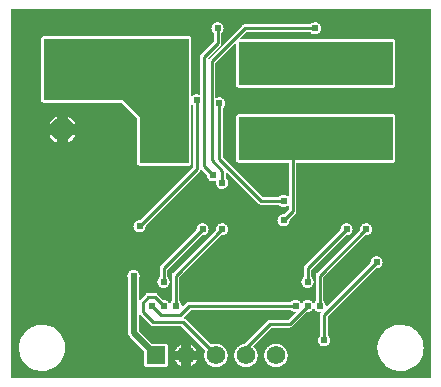
<source format=gbl>
G04 ---------------------------- Layer name :BOTTOM LAYER*
G04 EasyEDA v5.6.10, Sun, 08 Jul 2018 18:09:17 GMT*
G04 afe9f61c7a5b4e3abdc74997a70e8aea*
G04 Gerber Generator version 0.2*
G04 Scale: 100 percent, Rotated: No, Reflected: No *
G04 Dimensions in inches *
G04 leading zeros omitted , absolute positions ,2 integer and 4 decimal *
%FSLAX24Y24*%
%MOIN*%
G90*
G70D02*

%ADD10C,0.010000*%
%ADD13C,0.020000*%
%ADD14C,0.024400*%
%ADD24C,0.078740*%
%ADD25C,0.062000*%
%ADD26R,0.062000X0.062000*%

%LPD*%
G36*
G01X0Y0D02*
G01X0Y12300D01*
G01X14000Y12300D01*
G01X14000Y0D01*
G01X0Y0D01*
G37*

%LPC*%
G36*
G01X1300Y8474D02*
G01X1534Y8474D01*
G01X1534Y8708D01*
G01X1494Y8688D01*
G01X1454Y8662D01*
G01X1417Y8633D01*
G01X1383Y8600D01*
G01X1353Y8564D01*
G01X1326Y8525D01*
G01X1304Y8483D01*
G01X1300Y8474D01*
G37*
G36*
G01X4540Y360D02*
G01X5159Y360D01*
G01X5163Y360D01*
G01X5167Y360D01*
G01X5171Y360D01*
G01X5174Y361D01*
G01X5178Y362D01*
G01X5181Y363D01*
G01X5185Y364D01*
G01X5188Y365D01*
G01X5192Y366D01*
G01X5195Y368D01*
G01X5198Y370D01*
G01X5202Y371D01*
G01X5205Y374D01*
G01X5208Y376D01*
G01X5211Y378D01*
G01X5213Y380D01*
G01X5216Y383D01*
G01X5219Y386D01*
G01X5221Y388D01*
G01X5223Y391D01*
G01X5226Y394D01*
G01X5228Y397D01*
G01X5229Y401D01*
G01X5231Y404D01*
G01X5233Y407D01*
G01X5234Y411D01*
G01X5235Y414D01*
G01X5236Y418D01*
G01X5237Y421D01*
G01X5238Y425D01*
G01X5239Y428D01*
G01X5239Y432D01*
G01X5239Y436D01*
G01X5240Y440D01*
G01X5240Y1060D01*
G01X5239Y1063D01*
G01X5239Y1067D01*
G01X5239Y1071D01*
G01X5238Y1074D01*
G01X5237Y1078D01*
G01X5236Y1081D01*
G01X5235Y1085D01*
G01X5234Y1088D01*
G01X5233Y1092D01*
G01X5231Y1095D01*
G01X5229Y1098D01*
G01X5228Y1102D01*
G01X5226Y1105D01*
G01X5223Y1108D01*
G01X5221Y1111D01*
G01X5219Y1113D01*
G01X5216Y1116D01*
G01X5213Y1119D01*
G01X5211Y1121D01*
G01X5208Y1123D01*
G01X5205Y1126D01*
G01X5202Y1128D01*
G01X5198Y1129D01*
G01X5195Y1131D01*
G01X5192Y1133D01*
G01X5188Y1134D01*
G01X5185Y1135D01*
G01X5181Y1136D01*
G01X5178Y1137D01*
G01X5174Y1138D01*
G01X5171Y1139D01*
G01X5167Y1139D01*
G01X5163Y1139D01*
G01X5159Y1140D01*
G01X4714Y1140D01*
G01X4280Y1574D01*
G01X4280Y2155D01*
G01X4280Y2153D01*
G01X4282Y2148D01*
G01X4285Y2144D01*
G01X4287Y2140D01*
G01X4289Y2135D01*
G01X4292Y2131D01*
G01X4295Y2127D01*
G01X4298Y2123D01*
G01X4301Y2120D01*
G01X4304Y2116D01*
G01X4308Y2113D01*
G01X4658Y1763D01*
G01X4661Y1759D01*
G01X4665Y1756D01*
G01X4668Y1753D01*
G01X4672Y1750D01*
G01X4676Y1747D01*
G01X4680Y1744D01*
G01X4684Y1742D01*
G01X4689Y1740D01*
G01X4693Y1737D01*
G01X4698Y1735D01*
G01X4702Y1733D01*
G01X4707Y1732D01*
G01X4711Y1730D01*
G01X4716Y1729D01*
G01X4721Y1728D01*
G01X4725Y1727D01*
G01X4730Y1726D01*
G01X4735Y1725D01*
G01X4740Y1725D01*
G01X4745Y1725D01*
G01X4750Y1725D01*
G01X5691Y1725D01*
G01X6498Y918D01*
G01X6483Y883D01*
G01X6472Y846D01*
G01X6464Y808D01*
G01X6460Y769D01*
G01X6460Y730D01*
G01X6464Y691D01*
G01X6472Y653D01*
G01X6483Y616D01*
G01X6498Y580D01*
G01X6517Y546D01*
G01X6539Y514D01*
G01X6564Y484D01*
G01X6591Y457D01*
G01X6622Y433D01*
G01X6655Y412D01*
G01X6689Y394D01*
G01X6725Y380D01*
G01X6763Y369D01*
G01X6801Y363D01*
G01X6840Y360D01*
G01X6879Y361D01*
G01X6917Y365D01*
G01X6955Y374D01*
G01X6992Y386D01*
G01X7027Y402D01*
G01X7061Y422D01*
G01X7093Y445D01*
G01X7122Y470D01*
G01X7148Y499D01*
G01X7172Y530D01*
G01X7192Y563D01*
G01X7209Y598D01*
G01X7222Y635D01*
G01X7232Y672D01*
G01X7238Y711D01*
G01X7240Y750D01*
G01X7238Y788D01*
G01X7232Y827D01*
G01X7222Y864D01*
G01X7209Y901D01*
G01X7192Y936D01*
G01X7172Y969D01*
G01X7148Y1000D01*
G01X7122Y1029D01*
G01X7093Y1054D01*
G01X7061Y1077D01*
G01X7027Y1097D01*
G01X6992Y1113D01*
G01X6955Y1125D01*
G01X6917Y1134D01*
G01X6879Y1138D01*
G01X6840Y1139D01*
G01X6801Y1136D01*
G01X6763Y1130D01*
G01X6725Y1119D01*
G01X6689Y1105D01*
G01X6682Y1101D01*
G01X5836Y1946D01*
G01X5833Y1950D01*
G01X5829Y1953D01*
G01X5826Y1956D01*
G01X5822Y1959D01*
G01X5818Y1962D01*
G01X5814Y1965D01*
G01X5809Y1967D01*
G01X5805Y1969D01*
G01X5801Y1972D01*
G01X5796Y1974D01*
G01X5792Y1976D01*
G01X5787Y1977D01*
G01X5783Y1979D01*
G01X5778Y1980D01*
G01X5773Y1981D01*
G01X5769Y1982D01*
G01X5764Y1983D01*
G01X5759Y1984D01*
G01X5754Y1984D01*
G01X5749Y1984D01*
G01X5744Y1985D01*
G01X5710Y1985D01*
G01X5710Y1985D01*
G01X5715Y1987D01*
G01X5719Y1989D01*
G01X5723Y1992D01*
G01X5727Y1995D01*
G01X5731Y1998D01*
G01X5734Y2001D01*
G01X5738Y2004D01*
G01X5741Y2008D01*
G01X6003Y2270D01*
G01X9345Y2270D01*
G01X9351Y2262D01*
G01X9366Y2248D01*
G01X9382Y2235D01*
G01X9398Y2225D01*
G01X9416Y2215D01*
G01X9435Y2208D01*
G01X9455Y2203D01*
G01X9474Y2199D01*
G01X9494Y2198D01*
G01X9514Y2198D01*
G01X9251Y1935D01*
G01X8650Y1935D01*
G01X8645Y1934D01*
G01X8640Y1934D01*
G01X8635Y1934D01*
G01X8630Y1933D01*
G01X8625Y1932D01*
G01X8621Y1931D01*
G01X8616Y1930D01*
G01X8611Y1929D01*
G01X8607Y1927D01*
G01X8602Y1926D01*
G01X8598Y1924D01*
G01X8593Y1922D01*
G01X8589Y1919D01*
G01X8585Y1917D01*
G01X8580Y1915D01*
G01X8576Y1912D01*
G01X8572Y1909D01*
G01X8568Y1906D01*
G01X8565Y1903D01*
G01X8561Y1900D01*
G01X8558Y1896D01*
G01X7797Y1136D01*
G01X7763Y1130D01*
G01X7725Y1119D01*
G01X7689Y1105D01*
G01X7655Y1087D01*
G01X7622Y1066D01*
G01X7591Y1042D01*
G01X7564Y1015D01*
G01X7539Y985D01*
G01X7517Y953D01*
G01X7498Y919D01*
G01X7483Y883D01*
G01X7472Y846D01*
G01X7464Y808D01*
G01X7460Y769D01*
G01X7460Y730D01*
G01X7464Y691D01*
G01X7472Y653D01*
G01X7483Y616D01*
G01X7498Y580D01*
G01X7517Y546D01*
G01X7539Y514D01*
G01X7564Y484D01*
G01X7591Y457D01*
G01X7622Y433D01*
G01X7655Y412D01*
G01X7689Y394D01*
G01X7725Y380D01*
G01X7763Y369D01*
G01X7801Y363D01*
G01X7840Y360D01*
G01X7879Y361D01*
G01X7917Y365D01*
G01X7955Y374D01*
G01X7992Y386D01*
G01X8027Y402D01*
G01X8061Y422D01*
G01X8093Y445D01*
G01X8122Y470D01*
G01X8148Y499D01*
G01X8172Y530D01*
G01X8192Y563D01*
G01X8209Y598D01*
G01X8222Y635D01*
G01X8232Y672D01*
G01X8238Y711D01*
G01X8239Y750D01*
G01X8238Y788D01*
G01X8232Y827D01*
G01X8222Y864D01*
G01X8209Y901D01*
G01X8192Y936D01*
G01X8172Y969D01*
G01X8148Y1000D01*
G01X8122Y1029D01*
G01X8093Y1054D01*
G01X8087Y1058D01*
G01X8703Y1675D01*
G01X9305Y1675D01*
G01X9309Y1675D01*
G01X9314Y1675D01*
G01X9319Y1675D01*
G01X9324Y1676D01*
G01X9329Y1677D01*
G01X9333Y1678D01*
G01X9338Y1679D01*
G01X9343Y1680D01*
G01X9347Y1682D01*
G01X9352Y1683D01*
G01X9356Y1685D01*
G01X9361Y1687D01*
G01X9365Y1690D01*
G01X9369Y1692D01*
G01X9374Y1694D01*
G01X9378Y1697D01*
G01X9382Y1700D01*
G01X9386Y1703D01*
G01X9389Y1706D01*
G01X9393Y1709D01*
G01X9396Y1713D01*
G01X9882Y2198D01*
G01X9894Y2198D01*
G01X9915Y2198D01*
G01X9935Y2201D01*
G01X9954Y2205D01*
G01X9973Y2211D01*
G01X9992Y2220D01*
G01X10009Y2230D01*
G01X10025Y2242D01*
G01X10041Y2255D01*
G01X10054Y2270D01*
G01X10066Y2286D01*
G01X10077Y2303D01*
G01X10086Y2321D01*
G01X10093Y2340D01*
G01X10097Y2359D01*
G01X10099Y2372D01*
G01X10100Y2369D01*
G01X10104Y2350D01*
G01X10110Y2330D01*
G01X10118Y2312D01*
G01X10127Y2294D01*
G01X10138Y2278D01*
G01X10151Y2262D01*
G01X10166Y2248D01*
G01X10182Y2235D01*
G01X10198Y2225D01*
G01X10216Y2215D01*
G01X10235Y2208D01*
G01X10255Y2203D01*
G01X10274Y2199D01*
G01X10294Y2198D01*
G01X10315Y2198D01*
G01X10335Y2201D01*
G01X10354Y2205D01*
G01X10373Y2211D01*
G01X10381Y2215D01*
G01X10358Y2191D01*
G01X10354Y2188D01*
G01X10351Y2184D01*
G01X10348Y2181D01*
G01X10345Y2177D01*
G01X10342Y2173D01*
G01X10339Y2169D01*
G01X10337Y2165D01*
G01X10335Y2160D01*
G01X10332Y2156D01*
G01X10330Y2151D01*
G01X10328Y2147D01*
G01X10327Y2142D01*
G01X10325Y2138D01*
G01X10324Y2133D01*
G01X10323Y2128D01*
G01X10322Y2124D01*
G01X10321Y2119D01*
G01X10320Y2114D01*
G01X10320Y2109D01*
G01X10320Y2104D01*
G01X10319Y2100D01*
G01X10319Y1404D01*
G01X10316Y1401D01*
G01X10301Y1387D01*
G01X10288Y1371D01*
G01X10277Y1355D01*
G01X10268Y1337D01*
G01X10260Y1319D01*
G01X10254Y1299D01*
G01X10250Y1280D01*
G01X10248Y1260D01*
G01X10248Y1239D01*
G01X10250Y1219D01*
G01X10254Y1200D01*
G01X10260Y1180D01*
G01X10268Y1162D01*
G01X10277Y1144D01*
G01X10288Y1128D01*
G01X10301Y1112D01*
G01X10316Y1098D01*
G01X10332Y1085D01*
G01X10348Y1075D01*
G01X10366Y1065D01*
G01X10385Y1058D01*
G01X10405Y1053D01*
G01X10424Y1049D01*
G01X10444Y1048D01*
G01X10465Y1048D01*
G01X10485Y1051D01*
G01X10504Y1055D01*
G01X10523Y1061D01*
G01X10542Y1070D01*
G01X10559Y1080D01*
G01X10575Y1092D01*
G01X10591Y1105D01*
G01X10604Y1120D01*
G01X10616Y1136D01*
G01X10627Y1153D01*
G01X10636Y1171D01*
G01X10643Y1190D01*
G01X10647Y1209D01*
G01X10651Y1229D01*
G01X10652Y1250D01*
G01X10651Y1270D01*
G01X10647Y1290D01*
G01X10643Y1309D01*
G01X10636Y1328D01*
G01X10627Y1346D01*
G01X10616Y1363D01*
G01X10604Y1379D01*
G01X10591Y1394D01*
G01X10580Y1404D01*
G01X10580Y2046D01*
G01X12182Y3648D01*
G01X12194Y3648D01*
G01X12215Y3648D01*
G01X12235Y3651D01*
G01X12254Y3655D01*
G01X12273Y3661D01*
G01X12292Y3670D01*
G01X12309Y3680D01*
G01X12325Y3692D01*
G01X12341Y3705D01*
G01X12354Y3720D01*
G01X12366Y3736D01*
G01X12377Y3753D01*
G01X12386Y3771D01*
G01X12393Y3790D01*
G01X12397Y3809D01*
G01X12401Y3829D01*
G01X12402Y3850D01*
G01X12401Y3870D01*
G01X12397Y3890D01*
G01X12393Y3909D01*
G01X12386Y3928D01*
G01X12377Y3946D01*
G01X12366Y3963D01*
G01X12354Y3979D01*
G01X12341Y3994D01*
G01X12325Y4007D01*
G01X12309Y4019D01*
G01X12292Y4029D01*
G01X12273Y4038D01*
G01X12254Y4044D01*
G01X12235Y4048D01*
G01X12215Y4051D01*
G01X12194Y4051D01*
G01X12174Y4050D01*
G01X12155Y4046D01*
G01X12135Y4041D01*
G01X12116Y4034D01*
G01X12098Y4024D01*
G01X12082Y4014D01*
G01X12066Y4001D01*
G01X12051Y3987D01*
G01X12038Y3971D01*
G01X12027Y3955D01*
G01X12018Y3937D01*
G01X12010Y3919D01*
G01X12004Y3899D01*
G01X12000Y3880D01*
G01X11998Y3860D01*
G01X11998Y3839D01*
G01X11998Y3832D01*
G01X10484Y2318D01*
G01X10486Y2321D01*
G01X10493Y2340D01*
G01X10497Y2359D01*
G01X10501Y2379D01*
G01X10502Y2400D01*
G01X10501Y2420D01*
G01X10497Y2440D01*
G01X10493Y2459D01*
G01X10486Y2478D01*
G01X10477Y2496D01*
G01X10466Y2513D01*
G01X10454Y2529D01*
G01X10441Y2544D01*
G01X10430Y2554D01*
G01X10430Y3346D01*
G01X11832Y4748D01*
G01X11844Y4748D01*
G01X11865Y4748D01*
G01X11885Y4751D01*
G01X11904Y4755D01*
G01X11923Y4761D01*
G01X11942Y4770D01*
G01X11959Y4780D01*
G01X11975Y4792D01*
G01X11991Y4805D01*
G01X12004Y4820D01*
G01X12016Y4836D01*
G01X12027Y4853D01*
G01X12036Y4871D01*
G01X12043Y4890D01*
G01X12047Y4909D01*
G01X12051Y4929D01*
G01X12052Y4950D01*
G01X12051Y4970D01*
G01X12047Y4990D01*
G01X12043Y5009D01*
G01X12036Y5028D01*
G01X12027Y5046D01*
G01X12016Y5063D01*
G01X12004Y5079D01*
G01X11991Y5094D01*
G01X11975Y5107D01*
G01X11959Y5119D01*
G01X11942Y5129D01*
G01X11923Y5138D01*
G01X11904Y5144D01*
G01X11885Y5148D01*
G01X11865Y5151D01*
G01X11844Y5151D01*
G01X11824Y5150D01*
G01X11805Y5146D01*
G01X11785Y5141D01*
G01X11766Y5134D01*
G01X11748Y5124D01*
G01X11732Y5114D01*
G01X11716Y5101D01*
G01X11701Y5087D01*
G01X11688Y5071D01*
G01X11677Y5055D01*
G01X11668Y5037D01*
G01X11660Y5019D01*
G01X11654Y4999D01*
G01X11650Y4980D01*
G01X11648Y4960D01*
G01X11648Y4939D01*
G01X11648Y4932D01*
G01X10208Y3491D01*
G01X10204Y3488D01*
G01X10201Y3484D01*
G01X10198Y3481D01*
G01X10195Y3477D01*
G01X10192Y3473D01*
G01X10189Y3469D01*
G01X10187Y3465D01*
G01X10185Y3460D01*
G01X10182Y3456D01*
G01X10180Y3451D01*
G01X10178Y3447D01*
G01X10177Y3442D01*
G01X10175Y3438D01*
G01X10174Y3433D01*
G01X10173Y3428D01*
G01X10172Y3424D01*
G01X10171Y3419D01*
G01X10170Y3414D01*
G01X10170Y3409D01*
G01X10170Y3404D01*
G01X10169Y3400D01*
G01X10169Y2554D01*
G01X10166Y2551D01*
G01X10151Y2537D01*
G01X10138Y2521D01*
G01X10127Y2505D01*
G01X10118Y2487D01*
G01X10110Y2469D01*
G01X10104Y2449D01*
G01X10100Y2430D01*
G01X10099Y2427D01*
G01X10097Y2440D01*
G01X10093Y2459D01*
G01X10086Y2478D01*
G01X10077Y2496D01*
G01X10066Y2513D01*
G01X10054Y2529D01*
G01X10041Y2544D01*
G01X10025Y2557D01*
G01X10009Y2569D01*
G01X9992Y2579D01*
G01X9973Y2588D01*
G01X9954Y2594D01*
G01X9935Y2598D01*
G01X9915Y2601D01*
G01X9894Y2601D01*
G01X9874Y2600D01*
G01X9855Y2596D01*
G01X9835Y2591D01*
G01X9816Y2584D01*
G01X9798Y2574D01*
G01X9782Y2564D01*
G01X9766Y2551D01*
G01X9751Y2537D01*
G01X9738Y2521D01*
G01X9727Y2505D01*
G01X9718Y2487D01*
G01X9710Y2469D01*
G01X9704Y2449D01*
G01X9700Y2430D01*
G01X9699Y2427D01*
G01X9697Y2440D01*
G01X9693Y2459D01*
G01X9686Y2478D01*
G01X9677Y2496D01*
G01X9666Y2513D01*
G01X9654Y2529D01*
G01X9641Y2544D01*
G01X9625Y2557D01*
G01X9609Y2569D01*
G01X9592Y2579D01*
G01X9573Y2588D01*
G01X9554Y2594D01*
G01X9535Y2598D01*
G01X9515Y2601D01*
G01X9494Y2601D01*
G01X9474Y2600D01*
G01X9455Y2596D01*
G01X9435Y2591D01*
G01X9416Y2584D01*
G01X9398Y2574D01*
G01X9382Y2564D01*
G01X9366Y2551D01*
G01X9351Y2537D01*
G01X9345Y2530D01*
G01X5950Y2530D01*
G01X5945Y2529D01*
G01X5940Y2529D01*
G01X5935Y2529D01*
G01X5930Y2528D01*
G01X5925Y2527D01*
G01X5921Y2526D01*
G01X5916Y2525D01*
G01X5911Y2524D01*
G01X5907Y2522D01*
G01X5902Y2521D01*
G01X5898Y2519D01*
G01X5893Y2517D01*
G01X5889Y2514D01*
G01X5884Y2512D01*
G01X5880Y2510D01*
G01X5876Y2507D01*
G01X5872Y2504D01*
G01X5868Y2501D01*
G01X5865Y2498D01*
G01X5861Y2495D01*
G01X5858Y2491D01*
G01X5684Y2318D01*
G01X5686Y2321D01*
G01X5693Y2340D01*
G01X5697Y2359D01*
G01X5701Y2379D01*
G01X5701Y2400D01*
G01X5701Y2420D01*
G01X5697Y2440D01*
G01X5693Y2459D01*
G01X5686Y2478D01*
G01X5677Y2496D01*
G01X5666Y2513D01*
G01X5654Y2529D01*
G01X5641Y2544D01*
G01X5630Y2554D01*
G01X5630Y3346D01*
G01X7032Y4748D01*
G01X7044Y4748D01*
G01X7065Y4748D01*
G01X7085Y4751D01*
G01X7104Y4755D01*
G01X7123Y4761D01*
G01X7142Y4770D01*
G01X7159Y4780D01*
G01X7175Y4792D01*
G01X7191Y4805D01*
G01X7204Y4820D01*
G01X7216Y4836D01*
G01X7227Y4853D01*
G01X7236Y4871D01*
G01X7243Y4890D01*
G01X7247Y4909D01*
G01X7251Y4929D01*
G01X7251Y4950D01*
G01X7251Y4970D01*
G01X7247Y4990D01*
G01X7243Y5009D01*
G01X7236Y5028D01*
G01X7227Y5046D01*
G01X7216Y5063D01*
G01X7204Y5079D01*
G01X7191Y5094D01*
G01X7175Y5107D01*
G01X7159Y5119D01*
G01X7142Y5129D01*
G01X7123Y5138D01*
G01X7104Y5144D01*
G01X7085Y5148D01*
G01X7065Y5151D01*
G01X7044Y5151D01*
G01X7024Y5150D01*
G01X7005Y5146D01*
G01X6985Y5141D01*
G01X6966Y5134D01*
G01X6948Y5124D01*
G01X6932Y5114D01*
G01X6916Y5101D01*
G01X6901Y5087D01*
G01X6888Y5071D01*
G01X6877Y5055D01*
G01X6867Y5037D01*
G01X6860Y5019D01*
G01X6854Y4999D01*
G01X6850Y4980D01*
G01X6848Y4960D01*
G01X6848Y4939D01*
G01X6848Y4932D01*
G01X5408Y3491D01*
G01X5404Y3488D01*
G01X5401Y3484D01*
G01X5398Y3481D01*
G01X5395Y3477D01*
G01X5392Y3473D01*
G01X5389Y3469D01*
G01X5387Y3465D01*
G01X5385Y3460D01*
G01X5382Y3456D01*
G01X5380Y3451D01*
G01X5378Y3447D01*
G01X5377Y3442D01*
G01X5375Y3438D01*
G01X5374Y3433D01*
G01X5373Y3428D01*
G01X5372Y3424D01*
G01X5371Y3419D01*
G01X5370Y3414D01*
G01X5370Y3409D01*
G01X5370Y3404D01*
G01X5369Y3400D01*
G01X5369Y2554D01*
G01X5366Y2551D01*
G01X5351Y2537D01*
G01X5338Y2521D01*
G01X5327Y2505D01*
G01X5317Y2487D01*
G01X5310Y2469D01*
G01X5304Y2449D01*
G01X5300Y2430D01*
G01X5299Y2427D01*
G01X5297Y2440D01*
G01X5293Y2459D01*
G01X5286Y2478D01*
G01X5277Y2496D01*
G01X5266Y2513D01*
G01X5254Y2529D01*
G01X5241Y2544D01*
G01X5225Y2557D01*
G01X5209Y2569D01*
G01X5192Y2579D01*
G01X5173Y2588D01*
G01X5154Y2594D01*
G01X5135Y2598D01*
G01X5115Y2601D01*
G01X5094Y2601D01*
G01X5082Y2601D01*
G01X4891Y2791D01*
G01X4890Y2793D01*
G01X4888Y2795D01*
G01X4887Y2795D01*
G01X4887Y2796D01*
G01X4885Y2797D01*
G01X4883Y2799D01*
G01X4882Y2800D01*
G01X4882Y2800D01*
G01X4880Y2802D01*
G01X4878Y2803D01*
G01X4877Y2804D01*
G01X4877Y2804D01*
G01X4874Y2806D01*
G01X4873Y2807D01*
G01X4872Y2807D01*
G01X4871Y2808D01*
G01X4869Y2809D01*
G01X4867Y2810D01*
G01X4866Y2811D01*
G01X4866Y2811D01*
G01X4864Y2812D01*
G01X4862Y2814D01*
G01X4861Y2814D01*
G01X4860Y2814D01*
G01X4858Y2816D01*
G01X4856Y2817D01*
G01X4855Y2817D01*
G01X4854Y2817D01*
G01X4852Y2818D01*
G01X4850Y2819D01*
G01X4849Y2820D01*
G01X4848Y2820D01*
G01X4846Y2821D01*
G01X4844Y2822D01*
G01X4843Y2822D01*
G01X4842Y2822D01*
G01X4840Y2823D01*
G01X4838Y2824D01*
G01X4837Y2824D01*
G01X4836Y2824D01*
G01X4834Y2825D01*
G01X4832Y2825D01*
G01X4831Y2826D01*
G01X4830Y2826D01*
G01X4828Y2826D01*
G01X4825Y2827D01*
G01X4824Y2827D01*
G01X4824Y2827D01*
G01X4821Y2828D01*
G01X4819Y2828D01*
G01X4818Y2828D01*
G01X4817Y2828D01*
G01X4815Y2829D01*
G01X4812Y2829D01*
G01X4812Y2829D01*
G01X4811Y2829D01*
G01X4808Y2829D01*
G01X4806Y2829D01*
G01X4805Y2829D01*
G01X4804Y2829D01*
G01X4802Y2829D01*
G01X4800Y2830D01*
G01X4594Y2830D01*
G01X4590Y2829D01*
G01X4585Y2829D01*
G01X4580Y2829D01*
G01X4575Y2828D01*
G01X4570Y2827D01*
G01X4566Y2826D01*
G01X4561Y2825D01*
G01X4556Y2824D01*
G01X4552Y2822D01*
G01X4547Y2821D01*
G01X4543Y2819D01*
G01X4538Y2817D01*
G01X4534Y2814D01*
G01X4530Y2812D01*
G01X4525Y2810D01*
G01X4521Y2807D01*
G01X4517Y2804D01*
G01X4513Y2801D01*
G01X4510Y2798D01*
G01X4506Y2795D01*
G01X4503Y2791D01*
G01X4308Y2596D01*
G01X4304Y2593D01*
G01X4301Y2589D01*
G01X4298Y2586D01*
G01X4295Y2582D01*
G01X4292Y2578D01*
G01X4289Y2574D01*
G01X4287Y2570D01*
G01X4285Y2565D01*
G01X4282Y2561D01*
G01X4280Y2556D01*
G01X4280Y2554D01*
G01X4280Y3308D01*
G01X4286Y3321D01*
G01X4293Y3340D01*
G01X4297Y3359D01*
G01X4301Y3379D01*
G01X4301Y3400D01*
G01X4301Y3420D01*
G01X4297Y3440D01*
G01X4293Y3459D01*
G01X4286Y3478D01*
G01X4277Y3496D01*
G01X4266Y3513D01*
G01X4254Y3529D01*
G01X4241Y3544D01*
G01X4225Y3557D01*
G01X4209Y3569D01*
G01X4192Y3579D01*
G01X4173Y3588D01*
G01X4154Y3594D01*
G01X4135Y3598D01*
G01X4115Y3601D01*
G01X4094Y3601D01*
G01X4074Y3600D01*
G01X4055Y3596D01*
G01X4035Y3591D01*
G01X4016Y3584D01*
G01X3998Y3574D01*
G01X3982Y3564D01*
G01X3966Y3551D01*
G01X3951Y3537D01*
G01X3938Y3521D01*
G01X3927Y3505D01*
G01X3917Y3487D01*
G01X3910Y3469D01*
G01X3904Y3449D01*
G01X3900Y3430D01*
G01X3898Y3410D01*
G01X3898Y3389D01*
G01X3900Y3369D01*
G01X3904Y3350D01*
G01X3910Y3330D01*
G01X3917Y3312D01*
G01X3919Y3308D01*
G01X3919Y1500D01*
G01X3920Y1494D01*
G01X3920Y1488D01*
G01X3920Y1483D01*
G01X3921Y1477D01*
G01X3922Y1471D01*
G01X3923Y1466D01*
G01X3924Y1460D01*
G01X3925Y1455D01*
G01X3927Y1449D01*
G01X3928Y1444D01*
G01X3930Y1439D01*
G01X3932Y1433D01*
G01X3934Y1428D01*
G01X3937Y1423D01*
G01X3939Y1418D01*
G01X3942Y1413D01*
G01X3945Y1408D01*
G01X3948Y1403D01*
G01X3951Y1398D01*
G01X3954Y1394D01*
G01X3957Y1389D01*
G01X3961Y1385D01*
G01X3964Y1380D01*
G01X3968Y1376D01*
G01X3972Y1372D01*
G01X4459Y885D01*
G01X4459Y440D01*
G01X4460Y436D01*
G01X4460Y432D01*
G01X4460Y428D01*
G01X4461Y425D01*
G01X4462Y421D01*
G01X4463Y418D01*
G01X4464Y414D01*
G01X4465Y411D01*
G01X4466Y407D01*
G01X4468Y404D01*
G01X4470Y401D01*
G01X4471Y397D01*
G01X4473Y394D01*
G01X4476Y391D01*
G01X4478Y388D01*
G01X4480Y386D01*
G01X4483Y383D01*
G01X4486Y380D01*
G01X4488Y378D01*
G01X4491Y376D01*
G01X4494Y374D01*
G01X4497Y371D01*
G01X4501Y370D01*
G01X4504Y368D01*
G01X4507Y366D01*
G01X4511Y365D01*
G01X4514Y364D01*
G01X4518Y363D01*
G01X4521Y362D01*
G01X4525Y361D01*
G01X4528Y360D01*
G01X4532Y360D01*
G01X4536Y360D01*
G01X4540Y360D01*
G37*
G36*
G01X8840Y360D02*
G01X8879Y361D01*
G01X8917Y365D01*
G01X8955Y374D01*
G01X8992Y386D01*
G01X9027Y402D01*
G01X9061Y422D01*
G01X9093Y445D01*
G01X9122Y470D01*
G01X9148Y499D01*
G01X9172Y530D01*
G01X9192Y563D01*
G01X9209Y598D01*
G01X9222Y635D01*
G01X9232Y672D01*
G01X9238Y711D01*
G01X9239Y750D01*
G01X9238Y788D01*
G01X9232Y827D01*
G01X9222Y864D01*
G01X9209Y901D01*
G01X9192Y936D01*
G01X9172Y969D01*
G01X9148Y1000D01*
G01X9122Y1029D01*
G01X9093Y1054D01*
G01X9061Y1077D01*
G01X9027Y1097D01*
G01X8992Y1113D01*
G01X8955Y1125D01*
G01X8917Y1134D01*
G01X8879Y1138D01*
G01X8840Y1139D01*
G01X8801Y1136D01*
G01X8763Y1130D01*
G01X8725Y1119D01*
G01X8689Y1105D01*
G01X8655Y1087D01*
G01X8622Y1066D01*
G01X8591Y1042D01*
G01X8564Y1015D01*
G01X8539Y985D01*
G01X8517Y953D01*
G01X8498Y919D01*
G01X8483Y883D01*
G01X8472Y846D01*
G01X8464Y808D01*
G01X8460Y769D01*
G01X8460Y730D01*
G01X8464Y691D01*
G01X8472Y653D01*
G01X8483Y616D01*
G01X8498Y580D01*
G01X8517Y546D01*
G01X8539Y514D01*
G01X8564Y484D01*
G01X8591Y457D01*
G01X8622Y433D01*
G01X8655Y412D01*
G01X8689Y394D01*
G01X8725Y380D01*
G01X8763Y369D01*
G01X8801Y363D01*
G01X8840Y360D01*
G37*
G36*
G01X5694Y392D02*
G01X5694Y595D01*
G01X5492Y595D01*
G01X5498Y580D01*
G01X5517Y546D01*
G01X5539Y514D01*
G01X5564Y484D01*
G01X5591Y457D01*
G01X5622Y433D01*
G01X5655Y412D01*
G01X5689Y394D01*
G01X5694Y392D01*
G37*
G36*
G01X6005Y392D02*
G01X6027Y402D01*
G01X6061Y422D01*
G01X6093Y445D01*
G01X6122Y470D01*
G01X6148Y499D01*
G01X6172Y530D01*
G01X6192Y563D01*
G01X6207Y595D01*
G01X6005Y595D01*
G01X6005Y392D01*
G37*
G36*
G01X6005Y905D02*
G01X6207Y905D01*
G01X6192Y936D01*
G01X6172Y969D01*
G01X6148Y1000D01*
G01X6122Y1029D01*
G01X6093Y1054D01*
G01X6061Y1077D01*
G01X6027Y1097D01*
G01X6005Y1107D01*
G01X6005Y905D01*
G37*
G36*
G01X5492Y905D02*
G01X5694Y905D01*
G01X5694Y1107D01*
G01X5689Y1105D01*
G01X5655Y1087D01*
G01X5622Y1066D01*
G01X5591Y1042D01*
G01X5564Y1015D01*
G01X5539Y985D01*
G01X5517Y953D01*
G01X5498Y919D01*
G01X5492Y905D01*
G37*
G36*
G01X1927Y8474D02*
G01X2161Y8474D01*
G01X2147Y8504D01*
G01X2122Y8544D01*
G01X2093Y8582D01*
G01X2061Y8617D01*
G01X2026Y8648D01*
G01X1988Y8675D01*
G01X1947Y8699D01*
G01X1927Y8708D01*
G01X1927Y8474D01*
G37*
G36*
G01X12980Y230D02*
G01X13057Y232D01*
G01X13133Y241D01*
G01X13208Y258D01*
G01X13281Y283D01*
G01X13351Y314D01*
G01X13417Y353D01*
G01X13480Y397D01*
G01X13537Y448D01*
G01X13589Y505D01*
G01X13636Y566D01*
G01X13676Y631D01*
G01X13709Y700D01*
G01X13735Y773D01*
G01X13754Y847D01*
G01X13766Y923D01*
G01X13769Y1000D01*
G01X13766Y1076D01*
G01X13754Y1152D01*
G01X13735Y1226D01*
G01X13709Y1299D01*
G01X13676Y1368D01*
G01X13636Y1433D01*
G01X13589Y1494D01*
G01X13537Y1551D01*
G01X13480Y1602D01*
G01X13417Y1646D01*
G01X13351Y1685D01*
G01X13281Y1716D01*
G01X13208Y1741D01*
G01X13133Y1758D01*
G01X13057Y1767D01*
G01X12980Y1769D01*
G01X12904Y1764D01*
G01X12828Y1750D01*
G01X12754Y1729D01*
G01X12683Y1701D01*
G01X12614Y1666D01*
G01X12550Y1625D01*
G01X12490Y1577D01*
G01X12435Y1523D01*
G01X12386Y1464D01*
G01X12342Y1401D01*
G01X12306Y1334D01*
G01X12276Y1263D01*
G01X12253Y1190D01*
G01X12238Y1114D01*
G01X12230Y1038D01*
G01X12230Y961D01*
G01X12238Y885D01*
G01X12253Y810D01*
G01X12276Y736D01*
G01X12306Y665D01*
G01X12342Y598D01*
G01X12386Y535D01*
G01X12435Y476D01*
G01X12490Y422D01*
G01X12550Y374D01*
G01X12614Y333D01*
G01X12683Y298D01*
G01X12754Y270D01*
G01X12828Y249D01*
G01X12904Y235D01*
G01X12980Y230D01*
G37*
G36*
G01X5094Y2998D02*
G01X5115Y2998D01*
G01X5135Y3001D01*
G01X5154Y3005D01*
G01X5173Y3011D01*
G01X5192Y3020D01*
G01X5209Y3030D01*
G01X5225Y3042D01*
G01X5241Y3055D01*
G01X5254Y3070D01*
G01X5266Y3086D01*
G01X5277Y3103D01*
G01X5286Y3121D01*
G01X5293Y3140D01*
G01X5297Y3159D01*
G01X5301Y3179D01*
G01X5301Y3200D01*
G01X5301Y3220D01*
G01X5297Y3240D01*
G01X5293Y3259D01*
G01X5286Y3278D01*
G01X5277Y3296D01*
G01X5266Y3313D01*
G01X5254Y3329D01*
G01X5241Y3344D01*
G01X5230Y3354D01*
G01X5230Y3596D01*
G01X6382Y4748D01*
G01X6394Y4748D01*
G01X6415Y4748D01*
G01X6435Y4751D01*
G01X6454Y4755D01*
G01X6473Y4761D01*
G01X6492Y4770D01*
G01X6509Y4780D01*
G01X6525Y4792D01*
G01X6541Y4805D01*
G01X6554Y4820D01*
G01X6566Y4836D01*
G01X6577Y4853D01*
G01X6586Y4871D01*
G01X6593Y4890D01*
G01X6597Y4909D01*
G01X6601Y4929D01*
G01X6601Y4950D01*
G01X6601Y4970D01*
G01X6597Y4990D01*
G01X6593Y5009D01*
G01X6586Y5028D01*
G01X6577Y5046D01*
G01X6566Y5063D01*
G01X6554Y5079D01*
G01X6541Y5094D01*
G01X6525Y5107D01*
G01X6509Y5119D01*
G01X6492Y5129D01*
G01X6473Y5138D01*
G01X6454Y5144D01*
G01X6435Y5148D01*
G01X6415Y5151D01*
G01X6394Y5151D01*
G01X6374Y5150D01*
G01X6355Y5146D01*
G01X6335Y5141D01*
G01X6316Y5134D01*
G01X6298Y5124D01*
G01X6282Y5114D01*
G01X6266Y5101D01*
G01X6251Y5087D01*
G01X6238Y5071D01*
G01X6227Y5055D01*
G01X6217Y5037D01*
G01X6210Y5019D01*
G01X6204Y4999D01*
G01X6200Y4980D01*
G01X6198Y4960D01*
G01X6198Y4939D01*
G01X6198Y4932D01*
G01X5008Y3741D01*
G01X5004Y3738D01*
G01X5001Y3734D01*
G01X4998Y3731D01*
G01X4995Y3727D01*
G01X4992Y3723D01*
G01X4989Y3719D01*
G01X4987Y3715D01*
G01X4985Y3710D01*
G01X4982Y3706D01*
G01X4980Y3701D01*
G01X4978Y3697D01*
G01X4977Y3692D01*
G01X4975Y3688D01*
G01X4974Y3683D01*
G01X4973Y3678D01*
G01X4972Y3674D01*
G01X4971Y3669D01*
G01X4970Y3664D01*
G01X4970Y3659D01*
G01X4970Y3654D01*
G01X4969Y3650D01*
G01X4969Y3354D01*
G01X4966Y3351D01*
G01X4951Y3337D01*
G01X4938Y3321D01*
G01X4927Y3305D01*
G01X4917Y3287D01*
G01X4910Y3269D01*
G01X4904Y3249D01*
G01X4900Y3230D01*
G01X4898Y3210D01*
G01X4898Y3189D01*
G01X4900Y3169D01*
G01X4904Y3150D01*
G01X4910Y3130D01*
G01X4917Y3112D01*
G01X4927Y3094D01*
G01X4938Y3078D01*
G01X4951Y3062D01*
G01X4966Y3048D01*
G01X4982Y3035D01*
G01X4998Y3025D01*
G01X5016Y3015D01*
G01X5035Y3008D01*
G01X5055Y3003D01*
G01X5074Y2999D01*
G01X5094Y2998D01*
G37*
G36*
G01X9894Y2998D02*
G01X9915Y2998D01*
G01X9935Y3001D01*
G01X9954Y3005D01*
G01X9973Y3011D01*
G01X9992Y3020D01*
G01X10009Y3030D01*
G01X10025Y3042D01*
G01X10041Y3055D01*
G01X10054Y3070D01*
G01X10066Y3086D01*
G01X10077Y3103D01*
G01X10086Y3121D01*
G01X10093Y3140D01*
G01X10097Y3159D01*
G01X10101Y3179D01*
G01X10102Y3200D01*
G01X10101Y3220D01*
G01X10097Y3240D01*
G01X10093Y3259D01*
G01X10086Y3278D01*
G01X10077Y3296D01*
G01X10066Y3313D01*
G01X10054Y3329D01*
G01X10041Y3344D01*
G01X10030Y3354D01*
G01X10030Y3596D01*
G01X11182Y4748D01*
G01X11194Y4748D01*
G01X11215Y4748D01*
G01X11235Y4751D01*
G01X11254Y4755D01*
G01X11273Y4761D01*
G01X11292Y4770D01*
G01X11309Y4780D01*
G01X11325Y4792D01*
G01X11341Y4805D01*
G01X11354Y4820D01*
G01X11366Y4836D01*
G01X11377Y4853D01*
G01X11386Y4871D01*
G01X11393Y4890D01*
G01X11397Y4909D01*
G01X11401Y4929D01*
G01X11402Y4950D01*
G01X11401Y4970D01*
G01X11397Y4990D01*
G01X11393Y5009D01*
G01X11386Y5028D01*
G01X11377Y5046D01*
G01X11366Y5063D01*
G01X11354Y5079D01*
G01X11341Y5094D01*
G01X11325Y5107D01*
G01X11309Y5119D01*
G01X11292Y5129D01*
G01X11273Y5138D01*
G01X11254Y5144D01*
G01X11235Y5148D01*
G01X11215Y5151D01*
G01X11194Y5151D01*
G01X11174Y5150D01*
G01X11155Y5146D01*
G01X11135Y5141D01*
G01X11116Y5134D01*
G01X11098Y5124D01*
G01X11082Y5114D01*
G01X11066Y5101D01*
G01X11051Y5087D01*
G01X11038Y5071D01*
G01X11027Y5055D01*
G01X11018Y5037D01*
G01X11010Y5019D01*
G01X11004Y4999D01*
G01X11000Y4980D01*
G01X10998Y4960D01*
G01X10998Y4939D01*
G01X10998Y4932D01*
G01X9808Y3741D01*
G01X9804Y3738D01*
G01X9801Y3734D01*
G01X9798Y3731D01*
G01X9795Y3727D01*
G01X9792Y3723D01*
G01X9789Y3719D01*
G01X9787Y3715D01*
G01X9785Y3710D01*
G01X9782Y3706D01*
G01X9780Y3701D01*
G01X9778Y3697D01*
G01X9777Y3692D01*
G01X9775Y3688D01*
G01X9774Y3683D01*
G01X9773Y3678D01*
G01X9772Y3674D01*
G01X9771Y3669D01*
G01X9770Y3664D01*
G01X9770Y3659D01*
G01X9770Y3654D01*
G01X9769Y3650D01*
G01X9769Y3354D01*
G01X9766Y3351D01*
G01X9751Y3337D01*
G01X9738Y3321D01*
G01X9727Y3305D01*
G01X9718Y3287D01*
G01X9710Y3269D01*
G01X9704Y3249D01*
G01X9700Y3230D01*
G01X9698Y3210D01*
G01X9698Y3189D01*
G01X9700Y3169D01*
G01X9704Y3150D01*
G01X9710Y3130D01*
G01X9718Y3112D01*
G01X9727Y3094D01*
G01X9738Y3078D01*
G01X9751Y3062D01*
G01X9766Y3048D01*
G01X9782Y3035D01*
G01X9798Y3025D01*
G01X9816Y3015D01*
G01X9835Y3008D01*
G01X9855Y3003D01*
G01X9874Y2999D01*
G01X9894Y2998D01*
G37*
G36*
G01X1030Y230D02*
G01X1107Y232D01*
G01X1183Y241D01*
G01X1258Y258D01*
G01X1331Y283D01*
G01X1401Y314D01*
G01X1467Y353D01*
G01X1530Y397D01*
G01X1587Y448D01*
G01X1639Y505D01*
G01X1686Y566D01*
G01X1726Y631D01*
G01X1759Y700D01*
G01X1785Y773D01*
G01X1804Y847D01*
G01X1816Y923D01*
G01X1819Y1000D01*
G01X1816Y1076D01*
G01X1804Y1152D01*
G01X1785Y1226D01*
G01X1759Y1299D01*
G01X1726Y1368D01*
G01X1686Y1433D01*
G01X1639Y1494D01*
G01X1587Y1551D01*
G01X1530Y1602D01*
G01X1467Y1646D01*
G01X1401Y1685D01*
G01X1331Y1716D01*
G01X1258Y1741D01*
G01X1183Y1758D01*
G01X1107Y1767D01*
G01X1030Y1769D01*
G01X954Y1764D01*
G01X878Y1750D01*
G01X804Y1729D01*
G01X733Y1701D01*
G01X665Y1666D01*
G01X600Y1625D01*
G01X540Y1577D01*
G01X485Y1523D01*
G01X436Y1464D01*
G01X392Y1401D01*
G01X356Y1334D01*
G01X326Y1263D01*
G01X303Y1190D01*
G01X288Y1114D01*
G01X280Y1038D01*
G01X280Y961D01*
G01X288Y885D01*
G01X303Y810D01*
G01X326Y736D01*
G01X356Y665D01*
G01X392Y598D01*
G01X436Y535D01*
G01X485Y476D01*
G01X540Y422D01*
G01X600Y374D01*
G01X665Y333D01*
G01X733Y298D01*
G01X804Y270D01*
G01X878Y249D01*
G01X954Y235D01*
G01X1030Y230D01*
G37*
G36*
G01X4294Y4848D02*
G01X4315Y4848D01*
G01X4335Y4851D01*
G01X4354Y4855D01*
G01X4373Y4861D01*
G01X4392Y4870D01*
G01X4409Y4880D01*
G01X4425Y4892D01*
G01X4441Y4905D01*
G01X4454Y4920D01*
G01X4466Y4936D01*
G01X4477Y4953D01*
G01X4486Y4971D01*
G01X4493Y4990D01*
G01X4497Y5009D01*
G01X4501Y5029D01*
G01X4501Y5050D01*
G01X4501Y5067D01*
G01X6291Y6858D01*
G01X6295Y6861D01*
G01X6298Y6865D01*
G01X6301Y6868D01*
G01X6304Y6872D01*
G01X6307Y6876D01*
G01X6310Y6880D01*
G01X6312Y6885D01*
G01X6314Y6889D01*
G01X6317Y6893D01*
G01X6319Y6898D01*
G01X6321Y6902D01*
G01X6322Y6907D01*
G01X6324Y6911D01*
G01X6325Y6916D01*
G01X6326Y6921D01*
G01X6327Y6925D01*
G01X6328Y6930D01*
G01X6329Y6935D01*
G01X6329Y6940D01*
G01X6329Y6945D01*
G01X6330Y6950D01*
G01X6330Y7000D01*
G01X6330Y6998D01*
G01X6332Y6993D01*
G01X6335Y6989D01*
G01X6337Y6985D01*
G01X6339Y6980D01*
G01X6342Y6976D01*
G01X6345Y6972D01*
G01X6348Y6968D01*
G01X6351Y6965D01*
G01X6354Y6961D01*
G01X6358Y6958D01*
G01X6548Y6767D01*
G01X6548Y6760D01*
G01X6548Y6739D01*
G01X6550Y6719D01*
G01X6554Y6700D01*
G01X6560Y6680D01*
G01X6567Y6662D01*
G01X6577Y6644D01*
G01X6588Y6628D01*
G01X6601Y6612D01*
G01X6616Y6598D01*
G01X6632Y6585D01*
G01X6648Y6575D01*
G01X6666Y6565D01*
G01X6685Y6558D01*
G01X6705Y6553D01*
G01X6724Y6549D01*
G01X6744Y6548D01*
G01X6765Y6548D01*
G01X6785Y6551D01*
G01X6804Y6555D01*
G01X6823Y6561D01*
G01X6842Y6570D01*
G01X6859Y6580D01*
G01X6867Y6585D01*
G01X6860Y6569D01*
G01X6854Y6549D01*
G01X6850Y6530D01*
G01X6848Y6510D01*
G01X6848Y6489D01*
G01X6850Y6469D01*
G01X6854Y6450D01*
G01X6860Y6430D01*
G01X6867Y6412D01*
G01X6877Y6394D01*
G01X6888Y6378D01*
G01X6901Y6362D01*
G01X6916Y6348D01*
G01X6932Y6335D01*
G01X6948Y6325D01*
G01X6966Y6315D01*
G01X6985Y6308D01*
G01X7005Y6303D01*
G01X7024Y6299D01*
G01X7044Y6298D01*
G01X7065Y6298D01*
G01X7085Y6301D01*
G01X7104Y6305D01*
G01X7123Y6311D01*
G01X7142Y6320D01*
G01X7159Y6330D01*
G01X7175Y6342D01*
G01X7191Y6355D01*
G01X7204Y6370D01*
G01X7216Y6386D01*
G01X7227Y6403D01*
G01X7236Y6421D01*
G01X7243Y6440D01*
G01X7247Y6459D01*
G01X7251Y6479D01*
G01X7251Y6500D01*
G01X7251Y6520D01*
G01X7247Y6540D01*
G01X7243Y6559D01*
G01X7236Y6578D01*
G01X7227Y6596D01*
G01X7216Y6613D01*
G01X7204Y6629D01*
G01X7191Y6644D01*
G01X7180Y6654D01*
G01X7180Y6886D01*
G01X8258Y5808D01*
G01X8261Y5804D01*
G01X8265Y5801D01*
G01X8268Y5798D01*
G01X8272Y5795D01*
G01X8276Y5792D01*
G01X8280Y5789D01*
G01X8285Y5787D01*
G01X8289Y5785D01*
G01X8293Y5782D01*
G01X8298Y5780D01*
G01X8302Y5778D01*
G01X8307Y5777D01*
G01X8311Y5775D01*
G01X8316Y5774D01*
G01X8321Y5773D01*
G01X8325Y5772D01*
G01X8330Y5771D01*
G01X8335Y5770D01*
G01X8340Y5770D01*
G01X8345Y5770D01*
G01X8350Y5770D01*
G01X8945Y5770D01*
G01X8951Y5762D01*
G01X8966Y5748D01*
G01X8982Y5735D01*
G01X8998Y5725D01*
G01X9016Y5715D01*
G01X9035Y5708D01*
G01X9055Y5703D01*
G01X9074Y5699D01*
G01X9094Y5698D01*
G01X9115Y5698D01*
G01X9135Y5701D01*
G01X9154Y5705D01*
G01X9173Y5711D01*
G01X9192Y5720D01*
G01X9209Y5730D01*
G01X9225Y5742D01*
G01X9241Y5755D01*
G01X9254Y5770D01*
G01X9266Y5786D01*
G01X9269Y5791D01*
G01X9269Y5603D01*
G01X9117Y5451D01*
G01X9115Y5451D01*
G01X9094Y5451D01*
G01X9074Y5450D01*
G01X9055Y5446D01*
G01X9035Y5441D01*
G01X9016Y5434D01*
G01X8998Y5424D01*
G01X8982Y5414D01*
G01X8966Y5401D01*
G01X8951Y5387D01*
G01X8938Y5371D01*
G01X8927Y5355D01*
G01X8918Y5337D01*
G01X8910Y5319D01*
G01X8904Y5299D01*
G01X8900Y5280D01*
G01X8898Y5260D01*
G01X8898Y5239D01*
G01X8900Y5219D01*
G01X8904Y5200D01*
G01X8910Y5180D01*
G01X8918Y5162D01*
G01X8927Y5144D01*
G01X8938Y5128D01*
G01X8951Y5112D01*
G01X8966Y5098D01*
G01X8982Y5085D01*
G01X8998Y5075D01*
G01X9016Y5065D01*
G01X9035Y5058D01*
G01X9055Y5053D01*
G01X9074Y5049D01*
G01X9094Y5048D01*
G01X9115Y5048D01*
G01X9135Y5051D01*
G01X9154Y5055D01*
G01X9173Y5061D01*
G01X9192Y5070D01*
G01X9209Y5080D01*
G01X9225Y5092D01*
G01X9241Y5105D01*
G01X9254Y5120D01*
G01X9266Y5136D01*
G01X9277Y5153D01*
G01X9286Y5171D01*
G01X9293Y5190D01*
G01X9297Y5209D01*
G01X9301Y5229D01*
G01X9302Y5250D01*
G01X9301Y5267D01*
G01X9491Y5458D01*
G01X9495Y5461D01*
G01X9498Y5465D01*
G01X9501Y5468D01*
G01X9504Y5472D01*
G01X9507Y5476D01*
G01X9510Y5480D01*
G01X9512Y5485D01*
G01X9514Y5489D01*
G01X9517Y5493D01*
G01X9519Y5498D01*
G01X9521Y5502D01*
G01X9522Y5507D01*
G01X9524Y5511D01*
G01X9525Y5516D01*
G01X9526Y5521D01*
G01X9527Y5525D01*
G01X9528Y5530D01*
G01X9529Y5535D01*
G01X9529Y5540D01*
G01X9529Y5545D01*
G01X9530Y5550D01*
G01X9530Y7170D01*
G01X12750Y7170D01*
G01X12753Y7170D01*
G01X12757Y7170D01*
G01X12761Y7170D01*
G01X12764Y7171D01*
G01X12768Y7172D01*
G01X12771Y7173D01*
G01X12775Y7174D01*
G01X12778Y7175D01*
G01X12782Y7176D01*
G01X12785Y7178D01*
G01X12788Y7180D01*
G01X12792Y7181D01*
G01X12795Y7184D01*
G01X12798Y7186D01*
G01X12801Y7188D01*
G01X12803Y7190D01*
G01X12806Y7193D01*
G01X12809Y7196D01*
G01X12811Y7198D01*
G01X12813Y7201D01*
G01X12815Y7204D01*
G01X12818Y7207D01*
G01X12819Y7211D01*
G01X12821Y7214D01*
G01X12823Y7217D01*
G01X12824Y7221D01*
G01X12825Y7224D01*
G01X12826Y7228D01*
G01X12827Y7231D01*
G01X12828Y7235D01*
G01X12829Y7238D01*
G01X12829Y7242D01*
G01X12829Y7246D01*
G01X12830Y7250D01*
G01X12830Y8700D01*
G01X12829Y8703D01*
G01X12829Y8707D01*
G01X12829Y8711D01*
G01X12828Y8714D01*
G01X12827Y8718D01*
G01X12826Y8721D01*
G01X12825Y8725D01*
G01X12824Y8728D01*
G01X12823Y8732D01*
G01X12821Y8735D01*
G01X12819Y8738D01*
G01X12818Y8742D01*
G01X12815Y8745D01*
G01X12813Y8748D01*
G01X12811Y8751D01*
G01X12809Y8753D01*
G01X12806Y8756D01*
G01X12803Y8759D01*
G01X12801Y8761D01*
G01X12798Y8763D01*
G01X12795Y8766D01*
G01X12792Y8768D01*
G01X12788Y8769D01*
G01X12785Y8771D01*
G01X12782Y8773D01*
G01X12778Y8774D01*
G01X12775Y8775D01*
G01X12771Y8776D01*
G01X12768Y8777D01*
G01X12764Y8778D01*
G01X12761Y8779D01*
G01X12757Y8779D01*
G01X12753Y8779D01*
G01X12750Y8780D01*
G01X7600Y8780D01*
G01X7596Y8779D01*
G01X7592Y8779D01*
G01X7588Y8779D01*
G01X7585Y8778D01*
G01X7581Y8777D01*
G01X7578Y8776D01*
G01X7574Y8775D01*
G01X7571Y8774D01*
G01X7567Y8773D01*
G01X7564Y8771D01*
G01X7561Y8769D01*
G01X7557Y8768D01*
G01X7554Y8766D01*
G01X7551Y8763D01*
G01X7548Y8761D01*
G01X7546Y8759D01*
G01X7543Y8756D01*
G01X7540Y8753D01*
G01X7538Y8751D01*
G01X7536Y8748D01*
G01X7534Y8745D01*
G01X7531Y8742D01*
G01X7530Y8738D01*
G01X7528Y8735D01*
G01X7526Y8732D01*
G01X7525Y8728D01*
G01X7524Y8725D01*
G01X7523Y8721D01*
G01X7522Y8718D01*
G01X7521Y8714D01*
G01X7520Y8711D01*
G01X7520Y8707D01*
G01X7520Y8703D01*
G01X7519Y8700D01*
G01X7519Y7250D01*
G01X7520Y7246D01*
G01X7520Y7242D01*
G01X7520Y7238D01*
G01X7521Y7235D01*
G01X7522Y7231D01*
G01X7523Y7228D01*
G01X7524Y7224D01*
G01X7525Y7221D01*
G01X7526Y7217D01*
G01X7528Y7214D01*
G01X7530Y7211D01*
G01X7531Y7207D01*
G01X7534Y7204D01*
G01X7536Y7201D01*
G01X7538Y7198D01*
G01X7540Y7196D01*
G01X7543Y7193D01*
G01X7546Y7190D01*
G01X7548Y7188D01*
G01X7551Y7186D01*
G01X7554Y7184D01*
G01X7557Y7181D01*
G01X7561Y7180D01*
G01X7564Y7178D01*
G01X7567Y7176D01*
G01X7571Y7175D01*
G01X7574Y7174D01*
G01X7578Y7173D01*
G01X7581Y7172D01*
G01X7585Y7171D01*
G01X7588Y7170D01*
G01X7592Y7170D01*
G01X7596Y7170D01*
G01X7600Y7170D01*
G01X9269Y7170D01*
G01X9269Y6008D01*
G01X9266Y6013D01*
G01X9254Y6029D01*
G01X9241Y6044D01*
G01X9225Y6057D01*
G01X9209Y6069D01*
G01X9192Y6079D01*
G01X9173Y6088D01*
G01X9154Y6094D01*
G01X9135Y6098D01*
G01X9115Y6101D01*
G01X9094Y6101D01*
G01X9074Y6100D01*
G01X9055Y6096D01*
G01X9035Y6091D01*
G01X9016Y6084D01*
G01X8998Y6074D01*
G01X8982Y6064D01*
G01X8966Y6051D01*
G01X8951Y6037D01*
G01X8945Y6030D01*
G01X8403Y6030D01*
G01X7080Y7353D01*
G01X7080Y8995D01*
G01X7091Y9005D01*
G01X7104Y9020D01*
G01X7116Y9036D01*
G01X7127Y9053D01*
G01X7136Y9071D01*
G01X7143Y9090D01*
G01X7147Y9109D01*
G01X7151Y9129D01*
G01X7151Y9150D01*
G01X7151Y9170D01*
G01X7147Y9190D01*
G01X7143Y9209D01*
G01X7136Y9228D01*
G01X7127Y9246D01*
G01X7116Y9263D01*
G01X7104Y9279D01*
G01X7091Y9294D01*
G01X7075Y9307D01*
G01X7059Y9319D01*
G01X7042Y9329D01*
G01X7023Y9338D01*
G01X7004Y9344D01*
G01X6985Y9348D01*
G01X6965Y9351D01*
G01X6944Y9351D01*
G01X6924Y9350D01*
G01X6905Y9346D01*
G01X6885Y9341D01*
G01X6866Y9334D01*
G01X6848Y9324D01*
G01X6832Y9314D01*
G01X6830Y9312D01*
G01X6830Y10496D01*
G01X7519Y11186D01*
G01X7519Y9750D01*
G01X7520Y9746D01*
G01X7520Y9742D01*
G01X7520Y9738D01*
G01X7521Y9735D01*
G01X7522Y9731D01*
G01X7523Y9728D01*
G01X7524Y9724D01*
G01X7525Y9721D01*
G01X7526Y9717D01*
G01X7528Y9714D01*
G01X7530Y9711D01*
G01X7531Y9707D01*
G01X7534Y9704D01*
G01X7536Y9701D01*
G01X7538Y9698D01*
G01X7540Y9696D01*
G01X7543Y9693D01*
G01X7546Y9690D01*
G01X7548Y9688D01*
G01X7551Y9686D01*
G01X7554Y9684D01*
G01X7557Y9681D01*
G01X7561Y9680D01*
G01X7564Y9678D01*
G01X7567Y9676D01*
G01X7571Y9675D01*
G01X7574Y9674D01*
G01X7578Y9673D01*
G01X7581Y9672D01*
G01X7585Y9671D01*
G01X7588Y9670D01*
G01X7592Y9670D01*
G01X7596Y9670D01*
G01X7600Y9670D01*
G01X12750Y9670D01*
G01X12753Y9670D01*
G01X12757Y9670D01*
G01X12761Y9670D01*
G01X12764Y9671D01*
G01X12768Y9672D01*
G01X12771Y9673D01*
G01X12775Y9674D01*
G01X12778Y9675D01*
G01X12782Y9676D01*
G01X12785Y9678D01*
G01X12788Y9680D01*
G01X12792Y9681D01*
G01X12795Y9684D01*
G01X12798Y9686D01*
G01X12801Y9688D01*
G01X12803Y9690D01*
G01X12806Y9693D01*
G01X12809Y9696D01*
G01X12811Y9698D01*
G01X12813Y9701D01*
G01X12815Y9704D01*
G01X12818Y9707D01*
G01X12819Y9711D01*
G01X12821Y9714D01*
G01X12823Y9717D01*
G01X12824Y9721D01*
G01X12825Y9724D01*
G01X12826Y9728D01*
G01X12827Y9731D01*
G01X12828Y9735D01*
G01X12829Y9738D01*
G01X12829Y9742D01*
G01X12829Y9746D01*
G01X12830Y9750D01*
G01X12830Y11200D01*
G01X12829Y11203D01*
G01X12829Y11207D01*
G01X12829Y11211D01*
G01X12828Y11214D01*
G01X12827Y11218D01*
G01X12826Y11221D01*
G01X12825Y11225D01*
G01X12824Y11228D01*
G01X12823Y11232D01*
G01X12821Y11235D01*
G01X12819Y11238D01*
G01X12818Y11242D01*
G01X12815Y11245D01*
G01X12813Y11248D01*
G01X12811Y11251D01*
G01X12809Y11253D01*
G01X12806Y11256D01*
G01X12803Y11259D01*
G01X12801Y11261D01*
G01X12798Y11263D01*
G01X12795Y11266D01*
G01X12792Y11268D01*
G01X12788Y11269D01*
G01X12785Y11271D01*
G01X12782Y11273D01*
G01X12778Y11274D01*
G01X12775Y11275D01*
G01X12771Y11276D01*
G01X12768Y11277D01*
G01X12764Y11278D01*
G01X12761Y11279D01*
G01X12757Y11279D01*
G01X12753Y11279D01*
G01X12750Y11280D01*
G01X7613Y11280D01*
G01X7853Y11520D01*
G01X9995Y11520D01*
G01X10001Y11512D01*
G01X10016Y11498D01*
G01X10032Y11485D01*
G01X10048Y11475D01*
G01X10066Y11465D01*
G01X10085Y11458D01*
G01X10105Y11453D01*
G01X10124Y11449D01*
G01X10144Y11448D01*
G01X10165Y11448D01*
G01X10185Y11451D01*
G01X10204Y11455D01*
G01X10223Y11461D01*
G01X10242Y11470D01*
G01X10259Y11480D01*
G01X10275Y11492D01*
G01X10291Y11505D01*
G01X10304Y11520D01*
G01X10316Y11536D01*
G01X10327Y11553D01*
G01X10336Y11571D01*
G01X10343Y11590D01*
G01X10347Y11609D01*
G01X10351Y11629D01*
G01X10352Y11650D01*
G01X10351Y11670D01*
G01X10347Y11690D01*
G01X10343Y11709D01*
G01X10336Y11728D01*
G01X10327Y11746D01*
G01X10316Y11763D01*
G01X10304Y11779D01*
G01X10291Y11794D01*
G01X10275Y11807D01*
G01X10259Y11819D01*
G01X10242Y11829D01*
G01X10223Y11838D01*
G01X10204Y11844D01*
G01X10185Y11848D01*
G01X10165Y11851D01*
G01X10144Y11851D01*
G01X10124Y11850D01*
G01X10105Y11846D01*
G01X10085Y11841D01*
G01X10066Y11834D01*
G01X10048Y11824D01*
G01X10032Y11814D01*
G01X10016Y11801D01*
G01X10001Y11787D01*
G01X9995Y11780D01*
G01X7800Y11780D01*
G01X7795Y11779D01*
G01X7790Y11779D01*
G01X7785Y11779D01*
G01X7780Y11778D01*
G01X7775Y11777D01*
G01X7771Y11776D01*
G01X7766Y11775D01*
G01X7761Y11774D01*
G01X7757Y11772D01*
G01X7752Y11771D01*
G01X7748Y11769D01*
G01X7743Y11767D01*
G01X7739Y11764D01*
G01X7734Y11762D01*
G01X7730Y11760D01*
G01X7726Y11757D01*
G01X7722Y11754D01*
G01X7718Y11751D01*
G01X7715Y11748D01*
G01X7711Y11745D01*
G01X7708Y11741D01*
G01X6608Y10641D01*
G01X6604Y10638D01*
G01X6601Y10634D01*
G01X6598Y10631D01*
G01X6595Y10627D01*
G01X6592Y10623D01*
G01X6589Y10619D01*
G01X6587Y10615D01*
G01X6585Y10610D01*
G01X6582Y10606D01*
G01X6580Y10601D01*
G01X6580Y10599D01*
G01X6580Y10646D01*
G01X6991Y11058D01*
G01X6995Y11061D01*
G01X6998Y11065D01*
G01X7001Y11068D01*
G01X7004Y11072D01*
G01X7007Y11076D01*
G01X7010Y11080D01*
G01X7012Y11085D01*
G01X7014Y11089D01*
G01X7017Y11093D01*
G01X7019Y11098D01*
G01X7021Y11102D01*
G01X7022Y11107D01*
G01X7024Y11111D01*
G01X7025Y11116D01*
G01X7026Y11121D01*
G01X7027Y11125D01*
G01X7028Y11130D01*
G01X7029Y11135D01*
G01X7029Y11140D01*
G01X7029Y11145D01*
G01X7030Y11150D01*
G01X7030Y11495D01*
G01X7041Y11505D01*
G01X7054Y11520D01*
G01X7066Y11536D01*
G01X7077Y11553D01*
G01X7086Y11571D01*
G01X7093Y11590D01*
G01X7097Y11609D01*
G01X7101Y11629D01*
G01X7101Y11650D01*
G01X7101Y11670D01*
G01X7097Y11690D01*
G01X7093Y11709D01*
G01X7086Y11728D01*
G01X7077Y11746D01*
G01X7066Y11763D01*
G01X7054Y11779D01*
G01X7041Y11794D01*
G01X7025Y11807D01*
G01X7009Y11819D01*
G01X6992Y11829D01*
G01X6973Y11838D01*
G01X6954Y11844D01*
G01X6935Y11848D01*
G01X6915Y11851D01*
G01X6894Y11851D01*
G01X6874Y11850D01*
G01X6855Y11846D01*
G01X6835Y11841D01*
G01X6816Y11834D01*
G01X6798Y11824D01*
G01X6782Y11814D01*
G01X6766Y11801D01*
G01X6751Y11787D01*
G01X6738Y11771D01*
G01X6727Y11755D01*
G01X6717Y11737D01*
G01X6710Y11719D01*
G01X6704Y11699D01*
G01X6700Y11680D01*
G01X6698Y11660D01*
G01X6698Y11639D01*
G01X6700Y11619D01*
G01X6704Y11600D01*
G01X6710Y11580D01*
G01X6717Y11562D01*
G01X6727Y11544D01*
G01X6738Y11528D01*
G01X6751Y11512D01*
G01X6766Y11498D01*
G01X6769Y11495D01*
G01X6769Y11203D01*
G01X6358Y10791D01*
G01X6354Y10788D01*
G01X6351Y10784D01*
G01X6348Y10781D01*
G01X6345Y10777D01*
G01X6342Y10773D01*
G01X6339Y10769D01*
G01X6337Y10765D01*
G01X6335Y10760D01*
G01X6332Y10756D01*
G01X6330Y10751D01*
G01X6328Y10747D01*
G01X6327Y10742D01*
G01X6325Y10738D01*
G01X6324Y10733D01*
G01X6323Y10728D01*
G01X6322Y10724D01*
G01X6321Y10719D01*
G01X6320Y10714D01*
G01X6320Y10709D01*
G01X6320Y10704D01*
G01X6319Y10700D01*
G01X6319Y9412D01*
G01X6309Y9419D01*
G01X6292Y9429D01*
G01X6273Y9438D01*
G01X6254Y9444D01*
G01X6235Y9448D01*
G01X6215Y9451D01*
G01X6194Y9451D01*
G01X6174Y9450D01*
G01X6155Y9446D01*
G01X6135Y9441D01*
G01X6116Y9434D01*
G01X6098Y9424D01*
G01X6082Y9414D01*
G01X6066Y9401D01*
G01X6051Y9387D01*
G01X6038Y9371D01*
G01X6030Y9358D01*
G01X6030Y11300D01*
G01X6029Y11303D01*
G01X6029Y11307D01*
G01X6029Y11311D01*
G01X6028Y11314D01*
G01X6027Y11318D01*
G01X6026Y11321D01*
G01X6025Y11325D01*
G01X6024Y11328D01*
G01X6023Y11332D01*
G01X6021Y11335D01*
G01X6019Y11338D01*
G01X6018Y11342D01*
G01X6015Y11345D01*
G01X6013Y11348D01*
G01X6011Y11351D01*
G01X6009Y11353D01*
G01X6006Y11356D01*
G01X6003Y11359D01*
G01X6001Y11361D01*
G01X5998Y11363D01*
G01X5995Y11366D01*
G01X5992Y11368D01*
G01X5988Y11369D01*
G01X5985Y11371D01*
G01X5982Y11373D01*
G01X5978Y11374D01*
G01X5975Y11375D01*
G01X5971Y11376D01*
G01X5968Y11377D01*
G01X5964Y11378D01*
G01X5961Y11379D01*
G01X5957Y11379D01*
G01X5953Y11379D01*
G01X5950Y11380D01*
G01X1100Y11380D01*
G01X1096Y11379D01*
G01X1092Y11379D01*
G01X1088Y11379D01*
G01X1085Y11378D01*
G01X1081Y11377D01*
G01X1078Y11376D01*
G01X1074Y11375D01*
G01X1071Y11374D01*
G01X1067Y11373D01*
G01X1064Y11371D01*
G01X1061Y11369D01*
G01X1057Y11368D01*
G01X1054Y11366D01*
G01X1051Y11363D01*
G01X1048Y11361D01*
G01X1046Y11359D01*
G01X1043Y11356D01*
G01X1040Y11353D01*
G01X1038Y11351D01*
G01X1036Y11348D01*
G01X1034Y11345D01*
G01X1031Y11342D01*
G01X1030Y11338D01*
G01X1028Y11335D01*
G01X1026Y11332D01*
G01X1025Y11328D01*
G01X1024Y11325D01*
G01X1023Y11321D01*
G01X1022Y11318D01*
G01X1021Y11314D01*
G01X1020Y11311D01*
G01X1020Y11307D01*
G01X1020Y11303D01*
G01X1019Y11300D01*
G01X1019Y9250D01*
G01X1020Y9246D01*
G01X1020Y9242D01*
G01X1020Y9238D01*
G01X1021Y9235D01*
G01X1022Y9231D01*
G01X1023Y9228D01*
G01X1024Y9224D01*
G01X1025Y9221D01*
G01X1026Y9217D01*
G01X1028Y9214D01*
G01X1030Y9211D01*
G01X1031Y9207D01*
G01X1034Y9204D01*
G01X1036Y9201D01*
G01X1038Y9198D01*
G01X1040Y9196D01*
G01X1043Y9193D01*
G01X1046Y9190D01*
G01X1048Y9188D01*
G01X1051Y9186D01*
G01X1054Y9184D01*
G01X1057Y9181D01*
G01X1061Y9180D01*
G01X1064Y9178D01*
G01X1067Y9176D01*
G01X1071Y9175D01*
G01X1074Y9174D01*
G01X1078Y9173D01*
G01X1081Y9172D01*
G01X1085Y9171D01*
G01X1088Y9170D01*
G01X1092Y9170D01*
G01X1096Y9170D01*
G01X1100Y9170D01*
G01X3716Y9170D01*
G01X4219Y8666D01*
G01X4219Y7150D01*
G01X4220Y7146D01*
G01X4220Y7142D01*
G01X4220Y7138D01*
G01X4221Y7135D01*
G01X4222Y7131D01*
G01X4223Y7128D01*
G01X4224Y7124D01*
G01X4225Y7121D01*
G01X4226Y7117D01*
G01X4228Y7114D01*
G01X4230Y7111D01*
G01X4231Y7107D01*
G01X4234Y7104D01*
G01X4236Y7101D01*
G01X4238Y7098D01*
G01X4240Y7096D01*
G01X4243Y7093D01*
G01X4246Y7090D01*
G01X4248Y7088D01*
G01X4251Y7086D01*
G01X4254Y7084D01*
G01X4257Y7081D01*
G01X4261Y7080D01*
G01X4264Y7078D01*
G01X4267Y7076D01*
G01X4271Y7075D01*
G01X4274Y7074D01*
G01X4278Y7073D01*
G01X4281Y7072D01*
G01X4285Y7071D01*
G01X4288Y7070D01*
G01X4292Y7070D01*
G01X4296Y7070D01*
G01X4300Y7070D01*
G01X5950Y7070D01*
G01X5953Y7070D01*
G01X5957Y7070D01*
G01X5961Y7070D01*
G01X5964Y7071D01*
G01X5968Y7072D01*
G01X5971Y7073D01*
G01X5975Y7074D01*
G01X5978Y7075D01*
G01X5982Y7076D01*
G01X5985Y7078D01*
G01X5988Y7080D01*
G01X5992Y7081D01*
G01X5995Y7084D01*
G01X5998Y7086D01*
G01X6001Y7088D01*
G01X6003Y7090D01*
G01X6006Y7093D01*
G01X6009Y7096D01*
G01X6011Y7098D01*
G01X6013Y7101D01*
G01X6015Y7104D01*
G01X6018Y7107D01*
G01X6019Y7111D01*
G01X6021Y7114D01*
G01X6023Y7117D01*
G01X6024Y7121D01*
G01X6025Y7124D01*
G01X6026Y7128D01*
G01X6027Y7131D01*
G01X6028Y7135D01*
G01X6029Y7138D01*
G01X6029Y7142D01*
G01X6029Y7146D01*
G01X6030Y7150D01*
G01X6030Y9141D01*
G01X6038Y9128D01*
G01X6051Y9112D01*
G01X6066Y9098D01*
G01X6069Y9095D01*
G01X6069Y7003D01*
G01X4317Y5251D01*
G01X4315Y5251D01*
G01X4294Y5251D01*
G01X4274Y5250D01*
G01X4255Y5246D01*
G01X4235Y5241D01*
G01X4216Y5234D01*
G01X4198Y5224D01*
G01X4182Y5214D01*
G01X4166Y5201D01*
G01X4151Y5187D01*
G01X4138Y5171D01*
G01X4127Y5155D01*
G01X4117Y5137D01*
G01X4110Y5119D01*
G01X4104Y5099D01*
G01X4100Y5080D01*
G01X4098Y5060D01*
G01X4098Y5039D01*
G01X4100Y5019D01*
G01X4104Y5000D01*
G01X4110Y4980D01*
G01X4117Y4962D01*
G01X4127Y4944D01*
G01X4138Y4928D01*
G01X4151Y4912D01*
G01X4166Y4898D01*
G01X4182Y4885D01*
G01X4198Y4875D01*
G01X4216Y4865D01*
G01X4235Y4858D01*
G01X4255Y4853D01*
G01X4274Y4849D01*
G01X4294Y4848D01*
G37*
G36*
G01X1927Y7847D02*
G01X1947Y7856D01*
G01X1988Y7880D01*
G01X2026Y7907D01*
G01X2061Y7938D01*
G01X2093Y7973D01*
G01X2122Y8011D01*
G01X2147Y8051D01*
G01X2161Y8081D01*
G01X1927Y8081D01*
G01X1927Y7847D01*
G37*
G36*
G01X1534Y7847D02*
G01X1534Y8081D01*
G01X1300Y8081D01*
G01X1304Y8072D01*
G01X1326Y8031D01*
G01X1353Y7991D01*
G01X1383Y7955D01*
G01X1417Y7922D01*
G01X1454Y7893D01*
G01X1494Y7867D01*
G01X1534Y7847D01*
G37*

%LPD*%
G54D10*
G01X11200Y4950D02*
G01X9900Y3650D01*
G01X9900Y3450D01*
G01X11850Y4950D02*
G01X10300Y3400D01*
G01X10300Y2650D01*
G01X10300Y2400D02*
G01X10300Y2650D01*
G01X9900Y3200D02*
G01X9900Y3450D01*
G01X6950Y9150D02*
G01X6950Y7300D01*
G01X8350Y5900D01*
G01X9100Y5900D01*
G01X9100Y5250D02*
G01X9400Y5550D01*
G01X9400Y7400D01*
G01X9350Y7450D01*
G01X8850Y7450D01*
G01X5500Y2400D02*
G01X5500Y3400D01*
G01X7050Y4950D01*
G01X5100Y3200D02*
G01X5100Y3650D01*
G01X6400Y4950D01*
G01X7050Y6500D02*
G01X7050Y6900D01*
G01X6700Y7250D01*
G01X6700Y10550D01*
G01X7800Y11650D01*
G01X10150Y11650D01*
G01X6750Y6750D02*
G01X6450Y7050D01*
G01X6450Y10650D01*
G01X6450Y10700D01*
G01X6900Y11150D01*
G01X6900Y11650D01*
G01X6200Y7100D02*
G01X6200Y9250D01*
G01X6200Y7100D02*
G01X6200Y6950D01*
G01X4300Y5050D01*
G01X4700Y2400D02*
G01X5000Y2100D01*
G01X5650Y2100D01*
G01X5950Y2400D01*
G01X9500Y2400D01*
G01X12200Y3850D02*
G01X10450Y2100D01*
G01X10450Y1250D01*
G54D13*
G01X4100Y3400D02*
G01X4100Y1500D01*
G01X4850Y750D01*
G54D10*
G01X9900Y2400D02*
G01X9305Y1805D01*
G01X8650Y1805D01*
G01X7850Y1005D01*
G01X7850Y750D01*
G01X6850Y750D02*
G01X5744Y1855D01*
G01X4750Y1855D01*
G01X4400Y2205D01*
G01X4400Y2505D01*
G01X4594Y2700D01*
G01X4800Y2700D01*
G01X5100Y2400D02*
G01X4800Y2700D01*

%LPD*%
G36*
G01X1100Y11300D02*
G01X1100Y11150D01*
G01X1100Y9250D01*
G01X5950Y9250D01*
G01X5950Y10250D01*
G01X5950Y11300D01*
G01X3500Y11300D01*
G01X2300Y11300D01*
G01X1100Y11300D01*
G37*

%LPD*%
G36*
G01X5950Y9300D02*
G01X4250Y9300D01*
G01X4300Y8750D01*
G01X4300Y8200D01*
G01X4300Y7650D01*
G01X4300Y7150D01*
G01X4450Y7150D01*
G01X4650Y7150D01*
G01X4850Y7150D01*
G01X5600Y7150D01*
G01X5950Y7150D01*
G01X5950Y9300D01*
G37*

%LPD*%
G36*
G01X3750Y9300D02*
G01X3750Y9250D01*
G01X4300Y8700D01*
G01X4350Y8700D01*
G01X4350Y9300D01*
G01X3750Y9300D01*
G37*

%LPD*%
G36*
G01X12750Y8700D02*
G01X7600Y8700D01*
G01X7600Y7250D01*
G01X12750Y7250D01*
G01X12750Y8700D01*
G37*

%LPD*%
G36*
G01X12750Y11200D02*
G01X7600Y11200D01*
G01X7600Y9750D01*
G01X12750Y9750D01*
G01X12750Y11200D01*
G37*
G54D24*
G01X1730Y10250D03*
G01X1730Y8278D03*
G01X12268Y8250D03*
G01X12268Y10222D03*
G54D25*
G01X8850Y750D03*
G01X7850Y750D03*
G01X6850Y750D03*
G01X5850Y750D03*
G54D26*
G01X4850Y750D03*
G54D14*
G01X6900Y11650D03*
G01X6950Y9150D03*
G01X10150Y11650D03*
G01X7800Y7800D03*
G01X8150Y7800D03*
G01X8500Y7800D03*
G01X8850Y7800D03*
G01X7800Y8150D03*
G01X8150Y8150D03*
G01X8500Y8150D03*
G01X8850Y8150D03*
G01X7800Y7450D03*
G01X8150Y7450D03*
G01X8500Y7450D03*
G01X8850Y7450D03*
G01X7800Y8500D03*
G01X8150Y8500D03*
G01X8500Y8500D03*
G01X8850Y8500D03*
G01X7800Y10300D03*
G01X8150Y10300D03*
G01X8500Y10300D03*
G01X8850Y10300D03*
G01X7800Y10650D03*
G01X8150Y10650D03*
G01X8500Y10650D03*
G01X8850Y10650D03*
G01X7800Y9950D03*
G01X8150Y9950D03*
G01X8500Y9950D03*
G01X8850Y9950D03*
G01X7800Y11000D03*
G01X8150Y11000D03*
G01X8500Y11000D03*
G01X8850Y11000D03*
G01X4600Y10300D03*
G01X4950Y10300D03*
G01X5300Y10300D03*
G01X5650Y10300D03*
G01X4600Y10650D03*
G01X4950Y10650D03*
G01X5300Y10650D03*
G01X5650Y10650D03*
G01X4600Y9950D03*
G01X4950Y9950D03*
G01X5300Y9950D03*
G01X5650Y9950D03*
G01X4600Y11000D03*
G01X4950Y11000D03*
G01X5300Y11000D03*
G01X5650Y11000D03*
G01X4600Y7800D03*
G01X4950Y7800D03*
G01X5300Y7800D03*
G01X5650Y7800D03*
G01X4600Y8150D03*
G01X4950Y8150D03*
G01X5300Y8150D03*
G01X5650Y8150D03*
G01X4600Y7450D03*
G01X4950Y7450D03*
G01X5300Y7450D03*
G01X5650Y7450D03*
G01X4600Y8500D03*
G01X4950Y8500D03*
G01X5300Y8500D03*
G01X5650Y8500D03*
G01X9900Y3200D03*
G01X11200Y4950D03*
G01X10300Y2400D03*
G01X11850Y4950D03*
G01X9100Y5900D03*
G01X9100Y5250D03*
G01X5100Y3200D03*
G01X5500Y2400D03*
G01X7050Y4950D03*
G01X6400Y4950D03*
G01X7050Y6500D03*
G01X6750Y6750D03*
G01X6200Y9250D03*
G01X4300Y5050D03*
G01X9500Y2400D03*
G01X4700Y2400D03*
G01X5100Y2400D03*
G01X9900Y2400D03*
G01X12200Y3850D03*
G01X10450Y1250D03*
G01X4100Y3400D03*
G01X8600Y4305D03*
G01X8250Y4305D03*
G01X7900Y4305D03*
G01X7550Y4305D03*
G01X7550Y3955D03*
G01X7900Y3955D03*
G01X8250Y3955D03*
G01X8600Y3955D03*
G01X7950Y2805D03*
G01X7950Y3155D03*
G01X8300Y3155D03*
G01X8300Y2805D03*
G01X10400Y6855D03*
G01X10700Y6855D03*
G01X11000Y6855D03*
G01X11300Y6855D03*
G01X11600Y6855D03*
G01X10100Y6355D03*
G01X10100Y6655D03*
G01X9700Y6755D03*
G01X8200Y6755D03*
G01X8200Y6455D03*
G01X8500Y6755D03*
G01X8500Y6455D03*
G01X8800Y6755D03*
G01X8800Y6455D03*
G01X9100Y6755D03*
G01X9100Y6455D03*
G01X10650Y11855D03*
G01X10650Y11555D03*
G01X10950Y11855D03*
G01X10950Y11555D03*
G01X11250Y11855D03*
G01X11250Y11555D03*
G01X11550Y11855D03*
G01X11550Y11555D03*
G01X11850Y11855D03*
G01X11850Y11555D03*
G01X12150Y11855D03*
G01X12150Y11555D03*
G01X750Y4755D03*
G01X750Y4405D03*
G01X750Y4055D03*
G01X750Y3705D03*
G01X1100Y3705D03*
G01X1100Y4055D03*
G01X1100Y4405D03*
G01X1100Y4755D03*
G01X750Y6155D03*
G01X750Y5805D03*
G01X750Y5455D03*
G01X750Y5105D03*
G01X1100Y5105D03*
G01X1100Y5455D03*
G01X1100Y5805D03*
G01X1100Y6155D03*
G01X3400Y11905D03*
G01X3700Y11905D03*
G01X4000Y11905D03*
G01X4300Y11905D03*
G01X4600Y11905D03*
G01X4900Y11905D03*
G01X1600Y11905D03*
G01X1900Y11905D03*
G01X2200Y11905D03*
G01X2500Y11905D03*
G01X2800Y11905D03*
G01X3100Y11905D03*
G01X13600Y2705D03*
G01X13600Y3005D03*
G01X13600Y3305D03*
G01X13600Y3605D03*
G01X13600Y3905D03*
G01X13600Y4205D03*
G01X13600Y2105D03*
G01X13600Y2405D03*
G01X2600Y355D03*
G01X2900Y355D03*
G01X2600Y655D03*
G01X2900Y655D03*
G01X2600Y955D03*
G01X2900Y955D03*
G01X2600Y1255D03*
G01X2900Y1255D03*
G01X2600Y1555D03*
G01X2900Y1555D03*
G01X2600Y1855D03*
G01X2900Y1855D03*
G01X1100Y7505D03*
G01X1400Y7505D03*
G01X1700Y7505D03*
G01X2000Y7505D03*
G01X2300Y7505D03*
G01X11650Y9355D03*
G01X11650Y9055D03*
G01X11950Y9355D03*
G01X11950Y9055D03*
G01X12250Y9355D03*
G01X12250Y9055D03*
G01X12550Y9355D03*
G01X12550Y9055D03*
G01X12850Y9355D03*
G01X12850Y9055D03*
M00*
M02*

</source>
